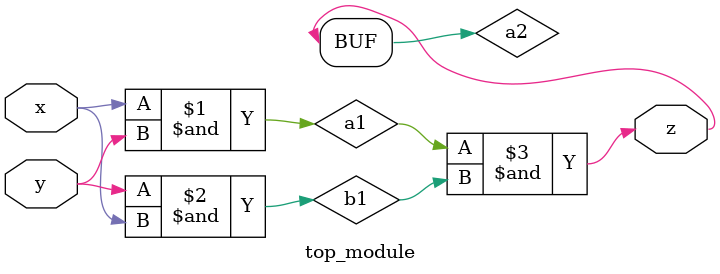
<source format=sv>
module top_module(
    input x,
    input y,
    output z
);

    wire a1, a2, b1, b2;

    // First gate
    and(a1, x, y);

    // Second gate
    and(b1, y, x);

    // Third gate
    and(a2, a1, b1);
    assign z = a2;

endmodule

</source>
